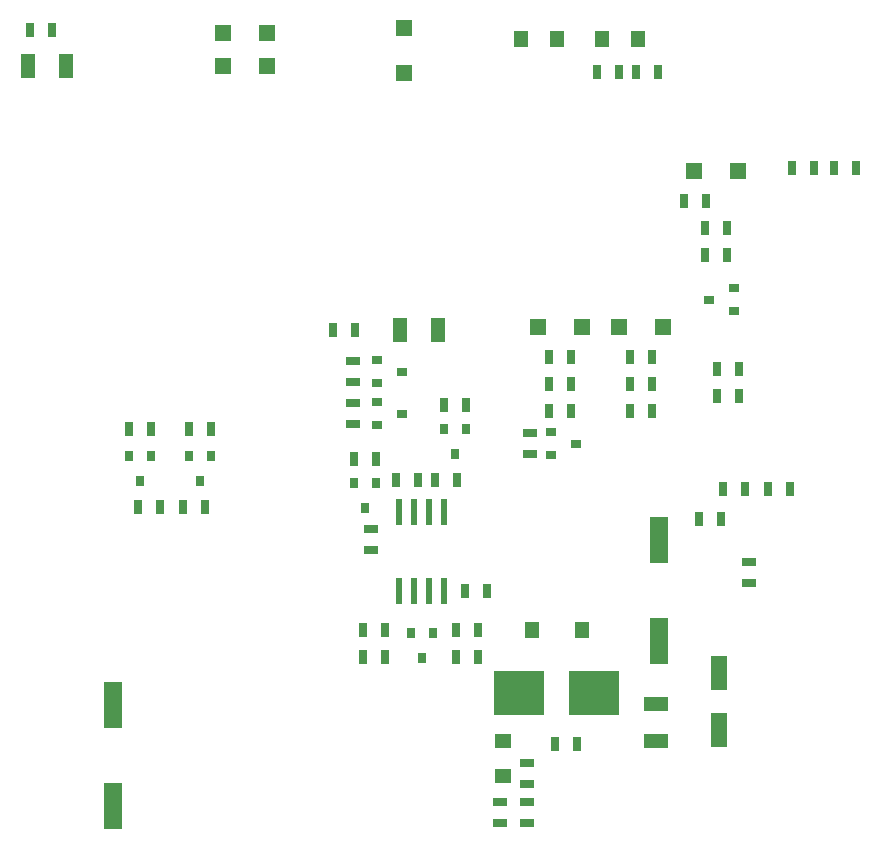
<source format=gtp>
G75*
%MOIN*%
%OFA0B0*%
%FSLAX25Y25*%
%IPPOS*%
%LPD*%
%AMOC8*
5,1,8,0,0,1.08239X$1,22.5*
%
%ADD10R,0.04724X0.07874*%
%ADD11R,0.03150X0.04724*%
%ADD12R,0.05512X0.11811*%
%ADD13R,0.07874X0.04724*%
%ADD14R,0.05000X0.05787*%
%ADD15R,0.03150X0.03543*%
%ADD16R,0.05512X0.04724*%
%ADD17R,0.16700X0.15000*%
%ADD18R,0.02362X0.08661*%
%ADD19R,0.04724X0.03150*%
%ADD20R,0.04724X0.05512*%
%ADD21R,0.03543X0.03150*%
%ADD22R,0.05512X0.05512*%
%ADD23R,0.06299X0.15354*%
D10*
X0171701Y0191000D03*
X0184299Y0191000D03*
X0060299Y0279000D03*
X0047701Y0279000D03*
D11*
X0048457Y0291000D03*
X0055543Y0291000D03*
X0149457Y0191000D03*
X0156543Y0191000D03*
X0186457Y0166000D03*
X0193543Y0166000D03*
X0163543Y0148000D03*
X0156457Y0148000D03*
X0170457Y0141000D03*
X0177543Y0141000D03*
X0183457Y0141000D03*
X0190543Y0141000D03*
X0221457Y0164000D03*
X0228543Y0164000D03*
X0228543Y0173000D03*
X0221457Y0173000D03*
X0221457Y0182000D03*
X0228543Y0182000D03*
X0248457Y0182000D03*
X0255543Y0182000D03*
X0255543Y0173000D03*
X0248457Y0173000D03*
X0248457Y0164000D03*
X0255543Y0164000D03*
X0277457Y0169000D03*
X0284543Y0169000D03*
X0284543Y0178000D03*
X0277457Y0178000D03*
X0280543Y0216000D03*
X0273457Y0216000D03*
X0273457Y0225000D03*
X0280543Y0225000D03*
X0273543Y0234000D03*
X0266457Y0234000D03*
X0302457Y0245000D03*
X0309543Y0245000D03*
X0316457Y0245000D03*
X0323543Y0245000D03*
X0257543Y0277000D03*
X0250457Y0277000D03*
X0244543Y0277000D03*
X0237457Y0277000D03*
X0108543Y0158000D03*
X0101457Y0158000D03*
X0088543Y0158000D03*
X0081457Y0158000D03*
X0084457Y0132000D03*
X0091543Y0132000D03*
X0099457Y0132000D03*
X0106543Y0132000D03*
X0159457Y0091000D03*
X0166543Y0091000D03*
X0166543Y0082000D03*
X0159457Y0082000D03*
X0190457Y0082000D03*
X0197543Y0082000D03*
X0197543Y0091000D03*
X0190457Y0091000D03*
X0193457Y0104000D03*
X0200543Y0104000D03*
X0223457Y0053000D03*
X0230543Y0053000D03*
X0271457Y0128000D03*
X0278543Y0128000D03*
X0279457Y0138000D03*
X0286543Y0138000D03*
X0294457Y0138000D03*
X0301543Y0138000D03*
D12*
X0278000Y0076449D03*
X0278000Y0057551D03*
D13*
X0257000Y0053701D03*
X0257000Y0066299D03*
D14*
X0232465Y0091000D03*
X0215535Y0091000D03*
D15*
X0182740Y0089937D03*
X0175260Y0089937D03*
X0179000Y0081669D03*
X0160000Y0131669D03*
X0156260Y0139937D03*
X0163740Y0139937D03*
X0186260Y0157937D03*
X0193740Y0157937D03*
X0190000Y0149669D03*
X0108740Y0148937D03*
X0101260Y0148937D03*
X0105000Y0140669D03*
X0088740Y0148937D03*
X0081260Y0148937D03*
X0085000Y0140669D03*
D16*
X0206000Y0053906D03*
X0206000Y0042094D03*
D17*
X0211400Y0070000D03*
X0236500Y0070000D03*
D18*
X0186500Y0103890D03*
X0181500Y0103890D03*
X0176500Y0103890D03*
X0171500Y0103890D03*
X0171500Y0130110D03*
X0176500Y0130110D03*
X0181500Y0130110D03*
X0186500Y0130110D03*
D19*
X0162000Y0124543D03*
X0162000Y0117457D03*
X0156000Y0159457D03*
X0156000Y0166543D03*
X0156000Y0173457D03*
X0156000Y0180543D03*
X0215000Y0156543D03*
X0215000Y0149457D03*
X0288000Y0113543D03*
X0288000Y0106457D03*
X0214000Y0046543D03*
X0214000Y0039457D03*
X0214000Y0033543D03*
X0214000Y0026457D03*
X0205000Y0026457D03*
X0205000Y0033543D03*
D20*
X0212094Y0288000D03*
X0223906Y0288000D03*
X0239094Y0288000D03*
X0250906Y0288000D03*
D21*
X0282937Y0204740D03*
X0282937Y0197260D03*
X0274669Y0201000D03*
X0222063Y0156740D03*
X0222063Y0149260D03*
X0230331Y0153000D03*
X0172331Y0163000D03*
X0164063Y0159260D03*
X0164063Y0166740D03*
X0164063Y0173260D03*
X0172331Y0177000D03*
X0164063Y0180740D03*
D22*
X0217520Y0192000D03*
X0232480Y0192000D03*
X0244520Y0192000D03*
X0259480Y0192000D03*
X0269520Y0244000D03*
X0284480Y0244000D03*
X0173000Y0276520D03*
X0173000Y0291480D03*
X0127480Y0290000D03*
X0127480Y0279000D03*
X0112520Y0279000D03*
X0112520Y0290000D03*
D23*
X0076000Y0032268D03*
X0076000Y0065732D03*
X0258000Y0087268D03*
X0258000Y0120732D03*
M02*

</source>
